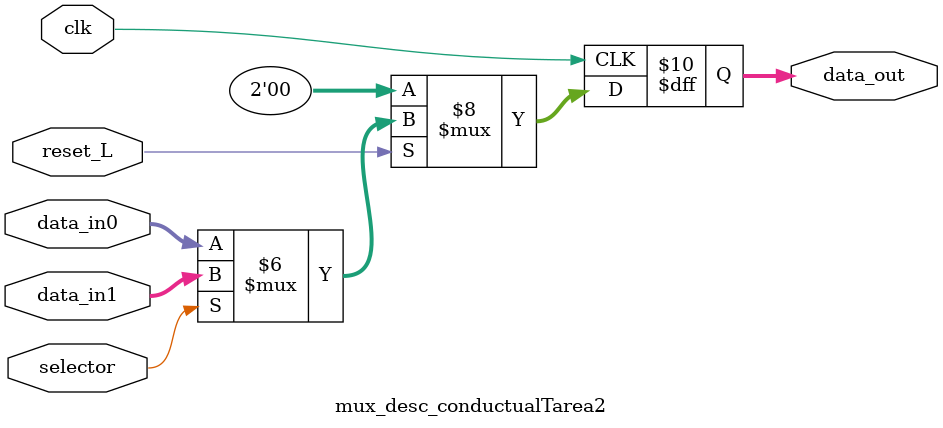
<source format=v>
module mux_desc_conductualTarea2 (
	input clk,
	input reset_L,
	input selector,
	input [1:0] data_in0,
	input [1:0] data_in1,
	output reg [1:0] data_out
	);	

	always @(posedge clk) begin
		if (reset_L != 0)begin
	        if (selector == 0)
            	data_out <= data_in0;  
			else 
				data_out <= data_in1; 
    	end
      	else
		  data_out <= 2'b00;  

    end

endmodule


</source>
